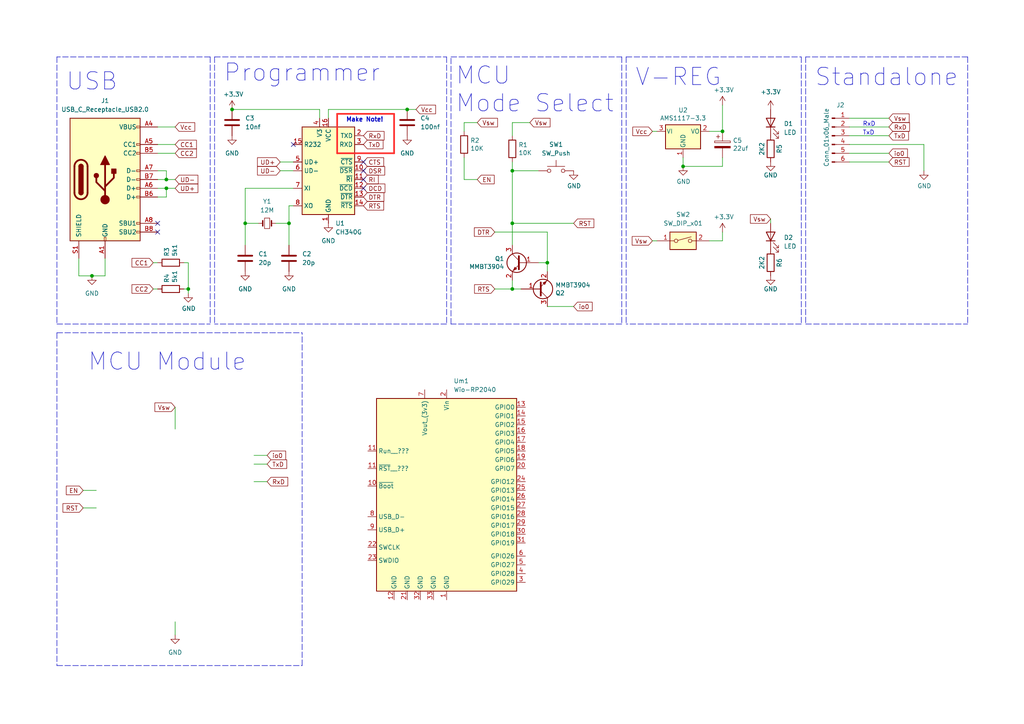
<source format=kicad_sch>
(kicad_sch (version 20211123) (generator eeschema)
  (paper "A4")
  (title_block (title "The Nerd Mage Module Programmer") (rev "0.5.2") (company "Wio-RP2040 Edition"))
  (lib_symbols
    (symbol "Connector:Conn_01x06_Male" (pin_names (offset 1.016) hide)
      (property "Reference" "J" (at 0 7.62 0))
      (property "Value" "Conn_01x06_Male" (at 0 -10.16 0))
      (symbol "Conn_01x06_Male_1_1"
        (polyline (pts (xy 1.27 -7.62) (xy 0.8636 -7.62)) (stroke (width 0.1524)))
        (polyline (pts (xy 1.27 -5.08) (xy 0.8636 -5.08)) (stroke (width 0.1524)))
        (polyline (pts (xy 1.27 -2.54) (xy 0.8636 -2.54)) (stroke (width 0.1524)))
        (polyline (pts (xy 1.27 0) (xy 0.8636 0)) (stroke (width 0.1524)))
        (polyline (pts (xy 1.27 2.54) (xy 0.8636 2.54)) (stroke (width 0.1524)))
        (polyline (pts (xy 1.27 5.08) (xy 0.8636 5.08)) (stroke (width 0.1524)))
        (rectangle (start 0.8636 -7.493) (end 0 -7.747) (stroke (width 0.1524)) (fill (type outline)))
        (rectangle (start 0.8636 -4.953) (end 0 -5.207) (stroke (width 0.1524)) (fill (type outline)))
        (rectangle (start 0.8636 -2.413) (end 0 -2.667) (stroke (width 0.1524)) (fill (type outline)))
        (rectangle (start 0.8636 0.127) (end 0 -0.127) (stroke (width 0.1524)) (fill (type outline)))
        (rectangle (start 0.8636 2.667) (end 0 2.413) (stroke (width 0.1524)) (fill (type outline)))
        (rectangle (start 0.8636 5.207) (end 0 4.953) (stroke (width 0.1524)) (fill (type outline)))
        (pin passive line (at 5.08 5.08 180) (length 3.81) (name "Pin_1") (number "1"))
        (pin passive line (at 5.08 2.54 180) (length 3.81) (name "Pin_2") (number "2"))
        (pin passive line (at 5.08 0 180) (length 3.81) (name "Pin_3") (number "3"))
        (pin passive line (at 5.08 -2.54 180) (length 3.81) (name "Pin_4") (number "4"))
        (pin passive line (at 5.08 -5.08 180) (length 3.81) (name "Pin_5") (number "5"))
        (pin passive line (at 5.08 -7.62 180) (length 3.81) (name "Pin_6") (number "6"))
      )
    )
    (symbol "Connector:USB_C_Receptacle_USB2.0" (pin_names (offset 1.016))
      (property "Reference" "J" (at -10.16 19.05 0))
      (property "Value" "USB_C_Receptacle_USB2.0" (at 19.05 19.05 0))
      (symbol "USB_C_Receptacle_USB2.0_0_0"
        (rectangle (start -0.254 -17.78) (end 0.254 -16.764))
        (rectangle (start 10.16 -14.986) (end 9.144 -15.494))
        (rectangle (start 10.16 -12.446) (end 9.144 -12.954))
        (rectangle (start 10.16 -4.826) (end 9.144 -5.334))
        (rectangle (start 10.16 -2.286) (end 9.144 -2.794))
        (rectangle (start 10.16 0.254) (end 9.144 -0.254))
        (rectangle (start 10.16 2.794) (end 9.144 2.286))
        (rectangle (start 10.16 7.874) (end 9.144 7.366))
        (rectangle (start 10.16 10.414) (end 9.144 9.906))
        (rectangle (start 10.16 15.494) (end 9.144 14.986))
      )
      (symbol "USB_C_Receptacle_USB2.0_0_1"
        (rectangle (start -10.16 17.78) (end 10.16 -17.78) (stroke (width 0.254)) (fill (type background)))
        (arc (start -8.89 -3.81) (mid -6.985 -5.715) (end -5.08 -3.81) (stroke (width 0.508)))
        (arc (start -7.62 -3.81) (mid -6.985 -4.445) (end -6.35 -3.81) (stroke (width 0.254)))
        (arc (start -7.62 -3.81) (mid -6.985 -4.445) (end -6.35 -3.81) (stroke (width 0.254)) (fill (type outline)))
        (rectangle (start -7.62 -3.81) (end -6.35 3.81) (stroke (width 0.254)) (fill (type outline)))
        (arc (start -6.35 3.81) (mid -6.985 4.445) (end -7.62 3.81) (stroke (width 0.254)))
        (arc (start -6.35 3.81) (mid -6.985 4.445) (end -7.62 3.81) (stroke (width 0.254)) (fill (type outline)))
        (arc (start -5.08 3.81) (mid -6.985 5.715) (end -8.89 3.81) (stroke (width 0.508)))
        (circle (center -2.54 1.143) (radius 0.635) (stroke (width 0.254)) (fill (type outline)))
        (circle (center 0 -5.842) (radius 1.27) (fill (type outline)))
        (polyline (pts (xy -8.89 -3.81) (xy -8.89 3.81)) (stroke (width 0.508)))
        (polyline (pts (xy -5.08 3.81) (xy -5.08 -3.81)) (stroke (width 0.508)))
        (polyline (pts (xy 0 -5.842) (xy 0 4.318)) (stroke (width 0.508)))
        (polyline (pts (xy 0 -3.302) (xy -2.54 -0.762) (xy -2.54 0.508)) (stroke (width 0.508)))
        (polyline (pts (xy 0 -2.032) (xy 2.54 0.508) (xy 2.54 1.778)) (stroke (width 0.508)))
        (polyline (pts (xy -1.27 4.318) (xy 0 6.858) (xy 1.27 4.318) (xy -1.27 4.318)) (stroke (width 0.254)) (fill (type outline)))
        (rectangle (start 1.905 1.778) (end 3.175 3.048) (stroke (width 0.254)) (fill (type outline)))
      )
      (symbol "USB_C_Receptacle_USB2.0_1_1"
        (pin passive line (at 0 -22.86 90) (length 5.08) (name "GND") (number "A1"))
        (pin passive line (at 0 -22.86 90) (length 5.08) hide (name "GND") (number "A12"))
        (pin passive line (at 15.24 15.24 180) (length 5.08) (name "VBUS") (number "A4"))
        (pin bidirectional line (at 15.24 10.16 180) (length 5.08) (name "CC1") (number "A5"))
        (pin bidirectional line (at 15.24 -2.54 180) (length 5.08) (name "D+") (number "A6"))
        (pin bidirectional line (at 15.24 2.54 180) (length 5.08) (name "D-") (number "A7"))
        (pin bidirectional line (at 15.24 -12.7 180) (length 5.08) (name "SBU1") (number "A8"))
        (pin passive line (at 15.24 15.24 180) (length 5.08) hide (name "VBUS") (number "A9"))
        (pin passive line (at 0 -22.86 90) (length 5.08) hide (name "GND") (number "B1"))
        (pin passive line (at 0 -22.86 90) (length 5.08) hide (name "GND") (number "B12"))
        (pin passive line (at 15.24 15.24 180) (length 5.08) hide (name "VBUS") (number "B4"))
        (pin bidirectional line (at 15.24 7.62 180) (length 5.08) (name "CC2") (number "B5"))
        (pin bidirectional line (at 15.24 -5.08 180) (length 5.08) (name "D+") (number "B6"))
        (pin bidirectional line (at 15.24 0 180) (length 5.08) (name "D-") (number "B7"))
        (pin bidirectional line (at 15.24 -15.24 180) (length 5.08) (name "SBU2") (number "B8"))
        (pin passive line (at 15.24 15.24 180) (length 5.08) hide (name "VBUS") (number "B9"))
        (pin passive line (at -7.62 -22.86 90) (length 5.08) (name "SHIELD") (number "S1"))
      )
    )
    (symbol "Device:C" (pin_numbers hide) (pin_names (offset 0.254))
      (property "Reference" "C" (at 0.635 2.54 0))
      (property "Value" "C" (at 0.635 -2.54 0))
      (symbol "C_0_1"
        (polyline (pts (xy -2.032 -0.762) (xy 2.032 -0.762)) (stroke (width 0.508)))
        (polyline (pts (xy -2.032 0.762) (xy 2.032 0.762)) (stroke (width 0.508)))
      )
      (symbol "C_1_1"
        (pin passive line (at 0 3.81 270) (length 2.794) (name "~") (number "1"))
        (pin passive line (at 0 -3.81 90) (length 2.794) (name "~") (number "2"))
      )
    )
    (symbol "Device:CP" (pin_numbers hide) (pin_names (offset 0.254))
      (property "Reference" "C" (at 0.635 2.54 0))
      (property "Value" "Device_CP" (at 0.635 -2.54 0))
      (symbol "CP_0_1"
        (rectangle (start -2.286 0.508) (end 2.286 1.016))
        (polyline (pts (xy -1.778 2.286) (xy -0.762 2.286)))
        (polyline (pts (xy -1.27 2.794) (xy -1.27 1.778)))
        (rectangle (start 2.286 -0.508) (end -2.286 -1.016) (fill (type outline)))
      )
      (symbol "CP_1_1"
        (pin passive line (at 0 3.81 270) (length 2.794) (name "~") (number "1"))
        (pin passive line (at 0 -3.81 90) (length 2.794) (name "~") (number "2"))
      )
    )
    (symbol "Device:Crystal_Small" (pin_numbers hide) (pin_names (offset 1.016) hide)
      (property "Reference" "Y" (at 0 2.54 0))
      (property "Value" "Crystal_Small" (at 0 -2.54 0))
      (symbol "Crystal_Small_0_1"
        (rectangle (start -0.762 -1.524) (end 0.762 1.524))
        (polyline (pts (xy -1.27 -0.762) (xy -1.27 0.762)) (stroke (width 0.381)))
        (polyline (pts (xy 1.27 -0.762) (xy 1.27 0.762)) (stroke (width 0.381)))
      )
      (symbol "Crystal_Small_1_1"
        (pin passive line (at -2.54 0 0) (length 1.27) (name "1") (number "1"))
        (pin passive line (at 2.54 0 180) (length 1.27) (name "2") (number "2"))
      )
    )
    (symbol "Device:LED" (pin_numbers hide) (pin_names (offset 1.016) hide)
      (property "Reference" "D" (at 0 2.54 0))
      (property "Value" "LED" (at 0 -2.54 0))
      (symbol "LED_0_1"
        (polyline (pts (xy -1.27 -1.27) (xy -1.27 1.27)) (stroke (width 0.254)))
        (polyline (pts (xy -1.27 0) (xy 1.27 0)))
        (polyline (pts (xy 1.27 -1.27) (xy 1.27 1.27) (xy -1.27 0) (xy 1.27 -1.27)) (stroke (width 0.254)))
        (polyline (pts (xy -3.048 -0.762) (xy -4.572 -2.286) (xy -3.81 -2.286) (xy -4.572 -2.286) (xy -4.572 -1.524)))
        (polyline (pts (xy -1.778 -0.762) (xy -3.302 -2.286) (xy -2.54 -2.286) (xy -3.302 -2.286) (xy -3.302 -1.524)))
      )
      (symbol "LED_1_1"
        (pin passive line (at -3.81 0 0) (length 2.54) (name "K") (number "1"))
        (pin passive line (at 3.81 0 180) (length 2.54) (name "A") (number "2"))
      )
    )
    (symbol "Device:R" (pin_numbers hide) (pin_names (offset 0))
      (property "Reference" "R" (at 2.032 0 90))
      (property "Value" "R" (at 0 0 90))
      (symbol "R_0_1"
        (rectangle (start -1.016 -2.54) (end 1.016 2.54) (stroke (width 0.254)))
      )
      (symbol "R_1_1"
        (pin passive line (at 0 3.81 270) (length 1.27) (name "~") (number "1"))
        (pin passive line (at 0 -3.81 90) (length 1.27) (name "~") (number "2"))
      )
    )
    (symbol "Interface_USB:CH340G"
      (property "Reference" "U" (at -5.08 13.97 0))
      (property "Value" "CH340G" (at 1.27 13.97 0))
      (symbol "CH340G_0_1"
        (rectangle (start -7.62 12.7) (end 7.62 -12.7) (stroke (width 0.254)) (fill (type background)))
      )
      (symbol "CH340G_1_1"
        (pin power_in line (at 0 -15.24 90) (length 2.54) (name "GND") (number "1"))
        (pin input line (at 10.16 0 180) (length 2.54) (name "~{DSR}") (number "10"))
        (pin input line (at 10.16 -2.54 180) (length 2.54) (name "~{RI}") (number "11"))
        (pin input line (at 10.16 -5.08 180) (length 2.54) (name "~{DCD}") (number "12"))
        (pin output line (at 10.16 -7.62 180) (length 2.54) (name "~{DTR}") (number "13"))
        (pin output line (at 10.16 -10.16 180) (length 2.54) (name "~{RTS}") (number "14"))
        (pin input line (at -10.16 7.62 0) (length 2.54) (name "R232") (number "15"))
        (pin power_in line (at 0 15.24 270) (length 2.54) (name "VCC") (number "16"))
        (pin output line (at 10.16 10.16 180) (length 2.54) (name "TXD") (number "2"))
        (pin input line (at 10.16 7.62 180) (length 2.54) (name "RXD") (number "3"))
        (pin passive line (at -2.54 15.24 270) (length 2.54) (name "V3") (number "4"))
        (pin bidirectional line (at -10.16 2.54 0) (length 2.54) (name "UD+") (number "5"))
        (pin bidirectional line (at -10.16 0 0) (length 2.54) (name "UD-") (number "6"))
        (pin input line (at -10.16 -5.08 0) (length 2.54) (name "XI") (number "7"))
        (pin output line (at -10.16 -10.16 0) (length 2.54) (name "XO") (number "8"))
        (pin input line (at 10.16 2.54 180) (length 2.54) (name "~{CTS}") (number "9"))
      )
    )
    (symbol "Regulator_Linear:AMS1117-3.3" (pin_names (offset 0.254))
      (property "Reference" "U" (at -3.81 3.175 0))
      (property "Value" "AMS1117-3.3" (at 0 3.175 0))
      (symbol "AMS1117-3.3_0_1"
        (rectangle (start -5.08 -5.08) (end 5.08 1.905) (stroke (width 0.254)) (fill (type background)))
      )
      (symbol "AMS1117-3.3_1_1"
        (pin power_in line (at 0 -7.62 90) (length 2.54) (name "GND") (number "1"))
        (pin power_out line (at 7.62 0 180) (length 2.54) (name "VO") (number "2"))
        (pin power_in line (at -7.62 0 0) (length 2.54) (name "VI") (number "3"))
      )
    )
    (symbol "Switch:SW_DIP_x01" (pin_names (offset 0) hide)
      (property "Reference" "SW" (at 0 3.81 0))
      (property "Value" "SW_DIP_x01" (at 0 -3.81 0))
      (symbol "SW_DIP_x01_0_0"
        (circle (center -2.032 0) (radius 0.508))
        (polyline (pts (xy -1.524 0.127) (xy 2.3622 1.1684)))
        (circle (center 2.032 0) (radius 0.508))
      )
      (symbol "SW_DIP_x01_0_1"
        (rectangle (start -3.81 2.54) (end 3.81 -2.54) (stroke (width 0.254)) (fill (type background)))
      )
      (symbol "SW_DIP_x01_1_1"
        (pin passive line (at -7.62 0 0) (length 5.08) (name "~") (number "1"))
        (pin passive line (at 7.62 0 180) (length 5.08) (name "~") (number "2"))
      )
    )
    (symbol "Switch:SW_Push" (pin_numbers hide) (pin_names (offset 1.016) hide)
      (property "Reference" "SW" (at 1.27 2.54 0))
      (property "Value" "SW_Push" (at 0 -1.524 0))
      (symbol "SW_Push_0_1"
        (circle (center -2.032 0) (radius 0.508))
        (polyline (pts (xy 0 1.27) (xy 0 3.048)))
        (polyline (pts (xy 2.54 1.27) (xy -2.54 1.27)))
        (circle (center 2.032 0) (radius 0.508))
        (pin passive line (at -5.08 0 0) (length 2.54) (name "1") (number "1"))
        (pin passive line (at 5.08 0 180) (length 2.54) (name "2") (number "2"))
      )
    )
    (symbol "Tinker_NMMP:Wio-RP2040"
      (property "Reference" "Um" (at 8.89 30.48 0))
      (property "Value" "Wio-RP2040" (at 10.16 -30.48 0))
      (symbol "Wio-RP2040_0_1"
        (rectangle (start -20.32 27.94) (end 20.32 -27.94) (stroke (width 0.254)) (fill (type background)))
      )
      (symbol "Wio-RP2040_1_1"
        (pin power_in line (at 0 -30.48 90) (length 2.54) (name "GND") (number "1"))
        (pin input line (at -22.86 2.54 0) (length 2.54) (name "~{Boot}") (number "10"))
        (pin input line (at -22.86 12.7 0) (length 2.54) (name "Run__???") (number "11"))
        (pin input line (at -22.86 7.62 0) (length 2.54) (name "~{RST}__???") (number "11"))
        (pin power_in line (at -15.24 -30.48 90) (length 2.54) (name "GND") (number "12"))
        (pin bidirectional line (at 22.86 25.4 180) (length 2.54) (name "GPIO0") (number "13"))
        (pin bidirectional line (at 22.86 22.86 180) (length 2.54) (name "GPIO1") (number "14"))
        (pin bidirectional line (at 22.86 20.32 180) (length 2.54) (name "GPIO2") (number "15"))
        (pin bidirectional line (at 22.86 17.78 180) (length 2.54) (name "GPIO3") (number "16"))
        (pin bidirectional line (at 22.86 15.24 180) (length 2.54) (name "GPIO4") (number "17"))
        (pin bidirectional line (at 22.86 12.7 180) (length 2.54) (name "GPIO5") (number "18"))
        (pin bidirectional line (at 22.86 10.16 180) (length 2.54) (name "GPIO6") (number "19"))
        (pin power_in line (at 0 30.48 270) (length 2.54) (name "Vin") (number "2"))
        (pin bidirectional line (at 22.86 7.62 180) (length 2.54) (name "GPIO7") (number "20"))
        (pin power_in line (at -11.43 -30.48 90) (length 2.54) (name "GND") (number "21"))
        (pin bidirectional line (at -22.86 -15.24 0) (length 2.54) (name "SWCLK") (number "22"))
        (pin bidirectional line (at -22.86 -19.05 0) (length 2.54) (name "SWDIO") (number "23"))
        (pin bidirectional line (at 22.86 3.81 180) (length 2.54) (name "GPIO12") (number "24"))
        (pin bidirectional line (at 22.86 1.27 180) (length 2.54) (name "GPIO13") (number "25"))
        (pin bidirectional line (at 22.86 -1.27 180) (length 2.54) (name "GPIO14") (number "26"))
        (pin bidirectional line (at 22.86 -3.81 180) (length 2.54) (name "GPIO15") (number "27"))
        (pin bidirectional line (at 22.86 -6.35 180) (length 2.54) (name "GPIO16") (number "28"))
        (pin bidirectional line (at 22.86 -8.89 180) (length 2.54) (name "GPIO17") (number "29"))
        (pin bidirectional line (at 22.86 -25.4 180) (length 2.54) (name "GPIO29") (number "3"))
        (pin bidirectional line (at 22.86 -11.43 180) (length 2.54) (name "GPIO18") (number "30"))
        (pin bidirectional line (at 22.86 -13.97 180) (length 2.54) (name "GPIO19") (number "31"))
        (pin power_in line (at -7.62 -30.48 90) (length 2.54) (name "GND") (number "32"))
        (pin power_in line (at -3.81 -30.48 90) (length 2.54) (name "GND") (number "33"))
        (pin bidirectional line (at 22.86 -22.86 180) (length 2.54) (name "GPIO28") (number "4"))
        (pin bidirectional line (at 22.86 -20.32 180) (length 2.54) (name "GPIO27") (number "5"))
        (pin bidirectional line (at 22.86 -17.78 180) (length 2.54) (name "GPIO26") (number "6"))
        (pin power_in line (at -6.35 30.48 270) (length 2.54) (name "Vout_(3v3)") (number "7"))
        (pin bidirectional line (at -22.86 -6.35 0) (length 2.54) (name "USB_D-") (number "8"))
        (pin bidirectional line (at -22.86 -10.16 0) (length 2.54) (name "USB_D+") (number "9"))
      )
    )
    (symbol "Transistor_BJT:MMBT3904" (pin_names (offset 0) hide)
      (property "Reference" "Q" (at 5.08 1.905 0))
      (property "Value" "MMBT3904" (at 5.08 0 0))
      (symbol "MMBT3904_0_1"
        (polyline (pts (xy 0.635 0.635) (xy 2.54 2.54)))
        (polyline (pts (xy 0.635 -0.635) (xy 2.54 -2.54) (xy 2.54 -2.54)))
        (polyline (pts (xy 0.635 1.905) (xy 0.635 -1.905) (xy 0.635 -1.905)) (stroke (width 0.508)))
        (polyline (pts (xy 1.27 -1.778) (xy 1.778 -1.27) (xy 2.286 -2.286) (xy 1.27 -1.778) (xy 1.27 -1.778)) (fill (type outline)))
        (circle (center 1.27 0) (radius 2.8194) (stroke (width 0.254)))
      )
      (symbol "MMBT3904_1_1"
        (pin input line (at -5.08 0 0) (length 5.715) (name "B") (number "1"))
        (pin passive line (at 2.54 -5.08 90) (length 2.54) (name "E") (number "2"))
        (pin passive line (at 2.54 5.08 270) (length 2.54) (name "C") (number "3"))
      )
    )
    (symbol "power:+3.3V" (power) (pin_names (offset 0))
      (property "Value" "+3.3V" (at 0 3.556 0))
      (symbol "+3.3V_0_1"
        (polyline (pts (xy -0.762 1.27) (xy 0 2.54)))
        (polyline (pts (xy 0 0) (xy 0 2.54)))
        (polyline (pts (xy 0 2.54) (xy 0.762 1.27)))
      )
      (symbol "+3.3V_1_1"
        (pin power_in line (at 0 0 90) (length 0) hide (name "+3.3V") (number "1"))
      )
    )
    (symbol "power:GND" (power) (pin_names (offset 0))
      (property "Value" "GND" (at 0 -3.81 0))
      (symbol "GND_0_1"
        (polyline (pts (xy 0 0) (xy 0 -1.27) (xy 1.27 -1.27) (xy 0 -2.54) (xy -1.27 -1.27) (xy 0 -1.27)))
      )
      (symbol "GND_1_1"
        (pin power_in line (at 0 0 270) (length 0) hide (name "GND") (number "1"))
      )
    )
  )
  (junction (at 83.82 64.77))
  (junction (at 26.67 80.01))
  (junction (at 148.59 83.82))
  (junction (at 48.26 54.61))
  (junction (at 54.61 83.82))
  (junction (at 48.26 52.07))
  (junction (at 148.59 64.77))
  (junction (at 118.11 31.75))
  (junction (at 67.31 31.75))
  (junction (at 158.75 76.2))
  (junction (at 71.12 64.77))
  (junction (at 209.55 38.1))
  (junction (at 148.59 49.53))
  (junction (at 198.12 48.26))
  (no_connect (at 85.09 41.91))
  (no_connect (at 105.41 46.99))
  (no_connect (at 105.41 49.53))
  (no_connect (at 105.41 52.07))
  (no_connect (at 105.41 54.61))
  (no_connect (at 45.72 64.77))
  (no_connect (at 45.72 67.31))
  (wire (pts (xy 83.82 64.77) (xy 83.82 71.12)))
  (polyline (pts (xy 233.68 16.51) (xy 233.68 93.98)))
  (polyline (pts (xy 60.96 16.51) (xy 16.51 16.51)))
  (polyline (pts (xy 280.67 16.51) (xy 280.67 93.98)))
  (polyline (pts (xy 62.23 16.51) (xy 62.23 93.98)))
  (polyline (pts (xy 16.51 96.52) (xy 87.63 96.52)))
  (wire (pts (xy 158.75 67.31) (xy 158.75 76.2)))
  (wire (pts (xy 134.62 45.72) (xy 134.62 52.07)))
  (wire (pts (xy 134.62 52.07) (xy 138.43 52.07)))
  (wire (pts (xy 267.97 49.53) (xy 267.97 41.91)))
  (wire (pts (xy 153.67 35.56) (xy 148.59 35.56)))
  (wire (pts (xy 151.13 83.82) (xy 148.59 83.82)))
  (polyline (pts (xy 180.34 16.51) (xy 180.34 93.98)))
  (polyline (pts (xy 114.3 33.02) (xy 97.79 33.02)) (stroke (width 0.5) (type solid) (color 255 48 46 1)))
  (polyline (pts (xy 16.51 96.52) (xy 16.51 193.04)))
  (wire (pts (xy 156.21 76.2) (xy 158.75 76.2)))
  (wire (pts (xy 45.72 41.91) (xy 50.8 41.91)))
  (wire (pts (xy 54.61 76.2) (xy 54.61 83.82)))
  (polyline (pts (xy 233.68 93.98) (xy 280.67 93.98)))
  (wire (pts (xy 246.38 36.83) (xy 257.81 36.83)))
  (polyline (pts (xy 16.51 193.04) (xy 87.63 193.04)))
  (wire (pts (xy 81.28 46.99) (xy 85.09 46.99)))
  (wire (pts (xy 209.55 69.85) (xy 205.74 69.85)))
  (wire (pts (xy 71.12 54.61) (xy 71.12 64.77)))
  (wire (pts (xy 92.71 34.29) (xy 92.71 31.75)))
  (wire (pts (xy 74.93 64.77) (xy 71.12 64.77)))
  (wire (pts (xy 45.72 44.45) (xy 50.8 44.45)))
  (polyline (pts (xy 97.79 33.02) (xy 97.79 44.45)) (stroke (width 0.5) (type solid) (color 255 48 46 1)))
  (wire (pts (xy 50.8 180.34) (xy 50.8 184.15)))
  (wire (pts (xy 92.71 31.75) (xy 67.31 31.75)))
  (wire (pts (xy 45.72 54.61) (xy 48.26 54.61)))
  (polyline (pts (xy 114.3 33.02) (xy 114.3 44.45)) (stroke (width 0.5) (type solid) (color 255 48 46 1)))
  (polyline (pts (xy 280.67 16.51) (xy 233.68 16.51)))
  (wire (pts (xy 209.55 48.26) (xy 198.12 48.26)))
  (wire (pts (xy 45.72 57.15) (xy 48.26 57.15)))
  (wire (pts (xy 209.55 30.48) (xy 209.55 38.1)))
  (wire (pts (xy 166.37 88.9) (xy 158.75 88.9)))
  (wire (pts (xy 54.61 83.82) (xy 54.61 85.09)))
  (wire (pts (xy 118.11 31.75) (xy 120.65 31.75)))
  (wire (pts (xy 85.09 59.69) (xy 83.82 59.69)))
  (polyline (pts (xy 16.51 16.51) (xy 16.51 93.98)))
  (wire (pts (xy 48.26 49.53) (xy 48.26 52.07)))
  (wire (pts (xy 24.13 142.24) (xy 27.94 142.24)))
  (wire (pts (xy 48.26 52.07) (xy 50.8 52.07)))
  (wire (pts (xy 190.5 69.85) (xy 189.23 69.85)))
  (wire (pts (xy 138.43 35.56) (xy 134.62 35.56)))
  (wire (pts (xy 143.51 67.31) (xy 158.75 67.31)))
  (polyline (pts (xy 60.96 16.51) (xy 60.96 93.98)))
  (polyline (pts (xy 129.54 16.51) (xy 129.54 93.98)))
  (wire (pts (xy 50.8 118.11) (xy 50.8 124.46)))
  (polyline (pts (xy 130.81 93.98) (xy 130.81 16.51)))
  (wire (pts (xy 148.59 64.77) (xy 148.59 71.12)))
  (wire (pts (xy 134.62 35.56) (xy 134.62 38.1)))
  (wire (pts (xy 73.66 134.62) (xy 77.47 134.62)))
  (wire (pts (xy 45.72 36.83) (xy 50.8 36.83)))
  (wire (pts (xy 80.01 64.77) (xy 83.82 64.77)))
  (wire (pts (xy 44.45 76.2) (xy 45.72 76.2)))
  (wire (pts (xy 95.25 31.75) (xy 95.25 34.29)))
  (polyline (pts (xy 181.61 16.51) (xy 232.41 16.51)))
  (wire (pts (xy 53.34 83.82) (xy 54.61 83.82)))
  (wire (pts (xy 45.72 49.53) (xy 48.26 49.53)))
  (wire (pts (xy 148.59 49.53) (xy 156.21 49.53)))
  (wire (pts (xy 81.28 49.53) (xy 85.09 49.53)))
  (polyline (pts (xy 129.54 93.98) (xy 62.23 93.98)))
  (wire (pts (xy 267.97 41.91) (xy 246.38 41.91)))
  (wire (pts (xy 83.82 59.69) (xy 83.82 64.77)))
  (wire (pts (xy 198.12 48.26) (xy 198.12 45.72)))
  (wire (pts (xy 209.55 45.72) (xy 209.55 48.26)))
  (wire (pts (xy 148.59 83.82) (xy 148.59 81.28)))
  (wire (pts (xy 257.81 34.29) (xy 246.38 34.29)))
  (wire (pts (xy 246.38 39.37) (xy 257.81 39.37)))
  (wire (pts (xy 95.25 31.75) (xy 118.11 31.75)))
  (wire (pts (xy 73.66 139.7) (xy 77.47 139.7)))
  (polyline (pts (xy 181.61 16.51) (xy 181.61 93.98)))
  (wire (pts (xy 73.66 132.08) (xy 77.47 132.08)))
  (wire (pts (xy 48.26 57.15) (xy 48.26 54.61)))
  (wire (pts (xy 22.86 74.93) (xy 22.86 80.01)))
  (wire (pts (xy 53.34 76.2) (xy 54.61 76.2)))
  (wire (pts (xy 30.48 74.93) (xy 30.48 80.01)))
  (wire (pts (xy 148.59 49.53) (xy 148.59 64.77)))
  (wire (pts (xy 45.72 52.07) (xy 48.26 52.07)))
  (polyline (pts (xy 130.81 16.51) (xy 180.34 16.51)))
  (wire (pts (xy 158.75 76.2) (xy 158.75 78.74)))
  (polyline (pts (xy 180.34 93.98) (xy 130.81 93.98)))
  (wire (pts (xy 44.45 83.82) (xy 45.72 83.82)))
  (wire (pts (xy 223.52 63.5) (xy 223.52 64.77)))
  (wire (pts (xy 26.67 80.01) (xy 30.48 80.01)))
  (polyline (pts (xy 87.63 193.04) (xy 87.63 96.52)))
  (wire (pts (xy 22.86 80.01) (xy 26.67 80.01)))
  (wire (pts (xy 143.51 83.82) (xy 148.59 83.82)))
  (wire (pts (xy 48.26 54.61) (xy 50.8 54.61)))
  (wire (pts (xy 209.55 67.31) (xy 209.55 69.85)))
  (wire (pts (xy 205.74 38.1) (xy 209.55 38.1)))
  (polyline (pts (xy 62.23 16.51) (xy 129.54 16.51)))
  (polyline (pts (xy 232.41 16.51) (xy 232.41 93.98)))
  (wire (pts (xy 148.59 35.56) (xy 148.59 39.37)))
  (wire (pts (xy 166.37 64.77) (xy 148.59 64.77)))
  (wire (pts (xy 71.12 54.61) (xy 85.09 54.61)))
  (wire (pts (xy 189.23 38.1) (xy 190.5 38.1)))
  (polyline (pts (xy 232.41 93.98) (xy 181.61 93.98)))
  (polyline (pts (xy 16.51 93.98) (xy 60.96 93.98)))
  (polyline (pts (xy 97.79 44.45) (xy 114.3 44.45)) (stroke (width 0.5) (type solid) (color 255 48 46 1)))
  (wire (pts (xy 246.38 44.45) (xy 257.81 44.45)))
  (wire (pts (xy 148.59 46.99) (xy 148.59 49.53)))
  (wire (pts (xy 24.13 147.32) (xy 27.94 147.32)))
  (wire (pts (xy 246.38 46.99) (xy 257.81 46.99)))
  (wire (pts (xy 71.12 64.77) (xy 71.12 71.12)))
  (text "Make Note!" (at 100.33 35.56 0) (effects (font (size 1.27 1.27) (thickness 0.254) bold) (justify left bottom)))
  (text "V-REG" (at 184.15 25.4 0) (effects (font (size 5 5)) (justify left bottom)))
  (text "USB" (at 19.05 26.67 0) (effects (font (size 5 5)) (justify left bottom)))
  (text "MCU\nMode Select" (at 132.08 33.02 0) (effects (font (size 5.0038 5.0038)) (justify left bottom)))
  (text "TxD" (at 250.19 39.37 0) (effects (font (size 1.27 1.27)) (justify left bottom)))
  (text "Standalone" (at 236.22 25.4 0) (effects (font (size 5 5)) (justify left bottom)))
  (text "RxD" (at 250.19 36.83 0) (effects (font (size 1.27 1.27)) (justify left bottom)))
  (text "MCU Module" (at 25.4 107.95 0) (effects (font (size 5.0038 5.0038)) (justify left bottom)))
  (text "Programmer" (at 64.77 24.13 0) (effects (font (size 5 5)) (justify left bottom)))
  (global_label "EN" (shape input) (at 138.43 52.07 0) (property "Intersheet References" "${INTERSHEET_REFS}" (effects hide)))
  (global_label "RTS" (shape input) (at 143.51 83.82 180) (property "Intersheet References" "${INTERSHEET_REFS}" (effects hide)))
  (global_label "RxD" (shape input) (at 257.81 36.83 0) (property "Intersheet References" "${INTERSHEET_REFS}" (effects hide)))
  (global_label "CC2" (shape input) (at 44.45 83.82 180) (property "Intersheet References" "${INTERSHEET_REFS}" (effects hide)))
  (global_label "CC1" (shape input) (at 44.45 76.2 180) (property "Intersheet References" "${INTERSHEET_REFS}" (effects hide)))
  (global_label "RST" (shape input) (at 257.81 46.99 0) (property "Intersheet References" "${INTERSHEET_REFS}" (effects hide)))
  (global_label "TxD" (shape input) (at 77.47 134.62 0) (property "Intersheet References" "${INTERSHEET_REFS}" (effects hide)))
  (global_label "Vcc" (shape input) (at 120.65 31.75 0) (property "Intersheet References" "${INTERSHEET_REFS}" (effects hide)))
  (global_label "io0" (shape input) (at 257.81 44.45 0) (property "Intersheet References" "${INTERSHEET_REFS}" (effects hide)))
  (global_label "Vsw" (shape input) (at 189.23 69.85 180) (property "Intersheet References" "${INTERSHEET_REFS}" (effects hide)))
  (global_label "Vsw" (shape input) (at 153.67 35.56 0) (property "Intersheet References" "${INTERSHEET_REFS}" (effects hide)))
  (global_label "DSR" (shape input) (at 105.41 49.53 0) (property "Intersheet References" "${INTERSHEET_REFS}" (effects hide)))
  (global_label "CC2" (shape input) (at 50.8 44.45 0) (property "Intersheet References" "${INTERSHEET_REFS}" (effects hide)))
  (global_label "Vsw" (shape input) (at 257.81 34.29 0) (property "Intersheet References" "${INTERSHEET_REFS}" (effects hide)))
  (global_label "Vsw" (shape input) (at 138.43 35.56 0) (property "Intersheet References" "${INTERSHEET_REFS}" (effects hide)))
  (global_label "CTS" (shape input) (at 105.41 46.99 0) (property "Intersheet References" "${INTERSHEET_REFS}" (effects hide)))
  (global_label "DCD" (shape input) (at 105.41 54.61 0) (property "Intersheet References" "${INTERSHEET_REFS}" (effects hide)))
  (global_label "RST" (shape input) (at 166.37 64.77 0) (property "Intersheet References" "${INTERSHEET_REFS}" (effects hide)))
  (global_label "UD+" (shape input) (at 50.8 54.61 0) (property "Intersheet References" "${INTERSHEET_REFS}" (effects hide)))
  (global_label "RTS" (shape input) (at 105.41 59.69 0) (property "Intersheet References" "${INTERSHEET_REFS}" (effects hide)))
  (global_label "RxD" (shape input) (at 105.41 39.37 0) (property "Intersheet References" "${INTERSHEET_REFS}" (effects hide)))
  (global_label "Vcc" (shape input) (at 189.23 38.1 180) (property "Intersheet References" "${INTERSHEET_REFS}" (effects hide)))
  (global_label "io0" (shape input) (at 77.47 132.08 0) (property "Intersheet References" "${INTERSHEET_REFS}" (effects hide)))
  (global_label "Vsw" (shape input) (at 50.8 118.11 180) (property "Intersheet References" "${INTERSHEET_REFS}" (effects hide)))
  (global_label "UD+" (shape input) (at 81.28 46.99 180) (property "Intersheet References" "${INTERSHEET_REFS}" (effects hide)))
  (global_label "UD-" (shape input) (at 50.8 52.07 0) (property "Intersheet References" "${INTERSHEET_REFS}" (effects hide)))
  (global_label "io0" (shape input) (at 166.37 88.9 0) (property "Intersheet References" "${INTERSHEET_REFS}" (effects hide)))
  (global_label "DTR" (shape input) (at 143.51 67.31 180) (property "Intersheet References" "${INTERSHEET_REFS}" (effects hide)))
  (global_label "RST" (shape input) (at 24.13 147.32 180) (property "Intersheet References" "${INTERSHEET_REFS}" (effects hide)))
  (global_label "RxD" (shape input) (at 77.47 139.7 0) (property "Intersheet References" "${INTERSHEET_REFS}" (effects hide)))
  (global_label "TxD" (shape input) (at 105.41 41.91 0) (property "Intersheet References" "${INTERSHEET_REFS}" (effects hide)))
  (global_label "RI" (shape input) (at 105.41 52.07 0) (property "Intersheet References" "${INTERSHEET_REFS}" (effects hide)))
  (global_label "UD-" (shape input) (at 81.28 49.53 180) (property "Intersheet References" "${INTERSHEET_REFS}" (effects hide)))
  (global_label "Vsw" (shape input) (at 223.52 63.5 180) (property "Intersheet References" "${INTERSHEET_REFS}" (effects hide)))
  (global_label "DTR" (shape input) (at 105.41 57.15 0) (property "Intersheet References" "${INTERSHEET_REFS}" (effects hide)))
  (global_label "CC1" (shape input) (at 50.8 41.91 0) (property "Intersheet References" "${INTERSHEET_REFS}" (effects hide)))
  (global_label "Vcc" (shape input) (at 50.8 36.83 0) (property "Intersheet References" "${INTERSHEET_REFS}" (effects hide)))
  (global_label "TxD" (shape input) (at 257.81 39.37 0) (property "Intersheet References" "${INTERSHEET_REFS}" (effects hide)))
  (global_label "EN" (shape input) (at 24.13 142.24 180) (property "Intersheet References" "${INTERSHEET_REFS}" (effects hide)))
  (symbol (lib_id "Device:R") (at 134.62 41.91 0) (unit 1)
    (property "Reference" "R2" (at 136.398 40.7416 0) (effects (justify left)))
    (property "Value" "10K" (at 136.398 43.053 0) (effects (justify left)))
    (property "Footprint" "Tinker:R_0603_1608Metric_Pad0.98x0.95mm_HandSolder" (effects hide))
  )
  (symbol (lib_id "power:GND") (at 83.82 78.74 0) (unit 1)
    (property "Reference" "#PWR0112" (effects hide))
    (property "Value" "GND" (at 83.82 83.82 0))
  )
  (symbol (lib_id "power:GND") (at 54.61 85.09 0) (unit 1)
    (property "Reference" "#PWR0117" (effects hide))
    (property "Value" "GND" (at 54.737 89.4842 0))
  )
  (symbol (lib_id "power:GND") (at 166.37 49.53 0) (unit 1)
    (property "Reference" "#PWR0105" (effects hide))
    (property "Value" "GND" (at 166.497 53.9242 0))
  )
  (symbol (lib_id "Connector:USB_C_Receptacle_USB2.0") (at 30.48 52.07 0) (unit 1)
    (property "Reference" "J1" (at 30.48 29.21 0))
    (property "Value" "USB_C_Receptacle_USB2.0" (at 30.48 31.75 0))
    (property "Footprint" "Tinker:USB_C_Receptacle_HRO_TYPE-C-31-M-12" (effects hide))
    (property "Datasheet" "https://www.usb.org/sites/default/files/documents/usb_type-c.zip" (effects hide))
  )
  (symbol (lib_id "Device:LED") (at 223.52 68.58 90) (unit 1)
    (property "Reference" "D2" (at 227.33 68.8974 90) (effects (justify right)))
    (property "Value" "LED" (at 227.33 71.4374 90) (effects (justify right)))
    (property "Footprint" "LED_SMD:LED_0805_2012Metric_Pad1.15x1.40mm_HandSolder" (effects hide))
  )
  (symbol (lib_id "power:GND") (at 223.52 80.01 0) (unit 1)
    (property "Reference" "#PWR0104" (effects hide))
    (property "Value" "GND" (at 223.52 83.82 0))
  )
  (symbol (lib_id "power:GND") (at 198.12 48.26 0) (unit 1)
    (property "Reference" "#PWR0107" (effects hide))
    (property "Value" "GND" (at 198.247 52.6542 0))
  )
  (symbol (lib_id "Switch:SW_Push") (at 161.29 49.53 0) (unit 1)
    (property "Reference" "SW1" (at 161.29 41.91 0))
    (property "Value" "SW_Push" (at 161.29 44.45 0))
    (property "Footprint" "Tinker:SW_Push_TS273014TP" (effects hide))
    (property "LCSC" "C2858276" (effects hide))
  )
  (symbol (lib_id "Device:C") (at 118.11 35.56 0) (unit 1)
    (property "Reference" "C4" (at 121.92 34.2899 0) (effects (justify left)))
    (property "Value" "100nf" (at 121.92 36.8299 0) (effects (justify left)))
    (property "Footprint" "Tinker:C_0603_1608Metric_Pad1.08x0.95mm_HandSolder" (effects hide))
    (property "LCSC" "C235731" (effects hide))
  )
  (symbol (lib_id "power:GND") (at 50.8 184.15 0) (unit 1)
    (property "Reference" "#PWR0106" (effects hide))
    (property "Value" "GND" (at 50.8 189.23 0))
  )
  (symbol (lib_id "Connector:Conn_01x06_Male") (at 241.3 39.37 0) (unit 1) (in_bom no) (on_board no)
    (property "Reference" "J2" (at 242.57 30.48 0) (effects (justify left)))
    (property "Value" "Conn_01x06_Male" (at 239.6998 48.4124 90) (effects (justify left)))
    (property "Footprint" "Tinker:PinHeader_1x06_P2.54mm_Vertical" (effects hide))
  )
  (symbol (lib_id "power:GND") (at 267.97 49.53 0) (unit 1)
    (property "Reference" "#PWR0118" (effects hide))
    (property "Value" "GND" (at 268.097 53.9242 0))
  )
  (symbol (lib_id "Device:R") (at 49.53 76.2 90) (unit 1)
    (property "Reference" "R3" (at 48.3616 74.422 0) (effects (justify left)))
    (property "Value" "5k1" (at 50.673 74.422 0) (effects (justify left)))
    (property "Footprint" "Tinker:R_0603_1608Metric_Pad0.98x0.95mm_HandSolder" (effects hide))
  )
  (symbol (lib_id "Device:R") (at 223.52 76.2 0) (unit 1)
    (property "Reference" "R6" (at 226.06 76.2 90))
    (property "Value" "2K2" (at 220.98 76.2 90))
    (property "Footprint" "Tinker:R_0603_1608Metric_Pad0.98x0.95mm_HandSolder" (effects hide))
  )
  (symbol (lib_id "power:GND") (at 223.52 46.99 0) (unit 1)
    (property "Reference" "#PWR0119" (effects hide))
    (property "Value" "GND" (at 223.52 50.8 0))
  )
  (symbol (lib_id "power:GND") (at 71.12 78.74 0) (unit 1)
    (property "Reference" "#PWR0111" (effects hide))
    (property "Value" "GND" (at 71.12 83.82 0))
  )
  (symbol (lib_id "Device:C") (at 67.31 35.56 0) (unit 1)
    (property "Reference" "C3" (at 71.12 34.2899 0) (effects (justify left)))
    (property "Value" "10nf" (at 71.12 36.8299 0) (effects (justify left)))
    (property "Footprint" "Tinker:C_0603_1608Metric_Pad1.08x0.95mm_HandSolder" (effects hide))
    (property "LCSC" "C161232" (effects hide))
  )
  (symbol (lib_id "power:+3.3V") (at 67.31 31.75 0) (unit 1)
    (property "Reference" "#PWR0115" (effects hide))
    (property "Value" "+3.3V" (at 67.691 27.3558 0))
  )
  (symbol (lib_id "Device:C") (at 83.82 74.93 0) (unit 1)
    (property "Reference" "C2" (at 87.63 73.6599 0) (effects (justify left)))
    (property "Value" "20p" (at 87.63 76.1999 0) (effects (justify left)))
    (property "Footprint" "Tinker:C_0603_1608Metric_Pad1.08x0.95mm_HandSolder" (effects hide))
    (property "LCSC" "C408549 (20pf C325469)" (effects hide))
  )
  (symbol (lib_id "Switch:SW_DIP_x01") (at 198.12 69.85 0) (unit 1)
    (property "Reference" "SW2" (at 198.12 62.23 0))
    (property "Value" "SW_DIP_x01" (at 198.12 64.77 0))
    (property "Footprint" "Tinker:SW_DIP_SPSTx01_Slide_6.7x4.1mm_W7.62mm_P2.54mm_LowProfile" (effects hide))
  )
  (symbol (lib_id "Device:C") (at 71.12 74.93 0) (unit 1)
    (property "Reference" "C1" (at 74.93 73.6599 0) (effects (justify left)))
    (property "Value" "20p" (at 74.93 76.1999 0) (effects (justify left)))
    (property "Footprint" "Tinker:C_0603_1608Metric_Pad1.08x0.95mm_HandSolder" (effects hide))
    (property "LCSC" "C408549 (20pf C325469)" (effects hide))
  )
  (symbol (lib_id "Device:R") (at 223.52 43.18 0) (unit 1)
    (property "Reference" "R5" (at 226.06 43.18 90))
    (property "Value" "2K2" (at 220.98 43.18 90))
    (property "Footprint" "Tinker:R_0603_1608Metric_Pad0.98x0.95mm_HandSolder" (effects hide))
  )
  (symbol (lib_id "Tinker_NMMP:Wio-RP2040") (at 129.54 143.51 0) (unit 1)
    (property "Reference" "Um1" (at 131.5594 110.49 0) (effects (justify left)))
    (property "Value" "Wio-RP2040" (at 131.5594 113.03 0) (effects (justify left)))
    (property "Footprint" "Tinker:Wio_RP2040 (FlexyPin)" (effects hide))
  )
  (symbol (lib_id "power:+3.3V") (at 209.55 30.48 0) (unit 1)
    (property "Reference" "#PWR0110" (effects hide))
    (property "Value" "+3.3V" (at 209.931 26.0858 0))
  )
  (symbol (lib_id "Regulator_Linear:AMS1117-3.3") (at 198.12 38.1 0) (unit 1)
    (property "Reference" "U2" (at 198.12 31.9532 0))
    (property "Value" "AMS1117-3.3" (at 198.12 34.2646 0))
    (property "Footprint" "Package_TO_SOT_SMD:SOT-223-3_TabPin2" (effects hide))
    (property "Datasheet" "http://www.advanced-monolithic.com/pdf/ds1117.pdf" (effects hide))
  )
  (symbol (lib_id "power:GND") (at 26.67 80.01 0) (unit 1)
    (property "Reference" "#PWR0113" (effects hide))
    (property "Value" "GND" (at 26.67 85.09 0))
  )
  (symbol (lib_id "Transistor_BJT:MMBT3904") (at 151.13 76.2 0) (mirror y) (unit 1)
    (property "Reference" "Q1" (at 146.2786 75.0316 0) (effects (justify left)))
    (property "Value" "MMBT3904" (at 146.2786 77.343 0) (effects (justify left)))
    (property "Footprint" "Package_TO_SOT_SMD:SOT-23_Handsoldering" (effects hide))
    (property "Datasheet" "https://www.fairchildsemi.com/datasheets/2N/2N3904.pdf" (effects hide))
  )
  (symbol (lib_id "Device:CP") (at 209.55 41.91 0) (unit 1)
    (property "Reference" "C5" (at 212.5472 40.7416 0) (effects (justify left)))
    (property "Value" "22uf" (at 212.5472 43.053 0) (effects (justify left)))
    (property "Footprint" "Capacitor_Tantalum_SMD:CP_EIA-6032-28_Kemet-C_Pad2.25x2.35mm_HandSolder" (effects hide))
    (property "Datasheet" "http://datasheets.avx.com/TAJ.pdf" (effects hide))
    (property "P/N" "TAJB226M010RNJ" (effects hide))
  )
  (symbol (lib_id "Device:R") (at 49.53 83.82 90) (unit 1)
    (property "Reference" "R4" (at 48.3616 82.042 0) (effects (justify left)))
    (property "Value" "5k1" (at 50.673 82.042 0) (effects (justify left)))
    (property "Footprint" "Tinker:R_0603_1608Metric_Pad0.98x0.95mm_HandSolder" (effects hide))
  )
  (symbol (lib_id "power:GND") (at 67.31 39.37 0) (unit 1)
    (property "Reference" "#PWR0116" (effects hide))
    (property "Value" "GND" (at 67.31 44.45 0))
  )
  (symbol (lib_id "Device:R") (at 148.59 43.18 0) (unit 1)
    (property "Reference" "R1" (at 150.368 42.0116 0) (effects (justify left)))
    (property "Value" "10K" (at 150.368 44.323 0) (effects (justify left)))
    (property "Footprint" "Tinker:R_0603_1608Metric_Pad0.98x0.95mm_HandSolder" (effects hide))
  )
  (symbol (lib_id "Interface_USB:CH340G") (at 95.25 49.53 0) (unit 1)
    (property "Reference" "U1" (at 97.2694 64.77 0) (effects (justify left)))
    (property "Value" "CH340G" (at 97.2694 67.31 0) (effects (justify left)))
    (property "Footprint" "Package_SO:SOIC-16_3.9x9.9mm_P1.27mm" (effects hide))
    (property "Datasheet" "http://www.datasheet5.com/pdf-local-2195953" (effects hide))
    (property "LCSC" "C14267" (effects hide))
  )
  (symbol (lib_id "power:+3.3V") (at 209.55 67.31 0) (unit 1)
    (property "Reference" "#PWR0101" (effects hide))
    (property "Value" "+3.3V" (at 209.931 62.9158 0))
  )
  (symbol (lib_id "power:GND") (at 118.11 39.37 0) (unit 1)
    (property "Reference" "#PWR0108" (effects hide))
    (property "Value" "GND" (at 118.11 44.45 0))
  )
  (symbol (lib_id "power:GND") (at 95.25 64.77 0) (unit 1)
    (property "Reference" "#PWR0109" (effects hide))
    (property "Value" "GND" (at 95.25 69.85 0))
  )
  (symbol (lib_id "power:+3.3V") (at 223.52 31.75 0) (unit 1)
    (property "Reference" "#PWR0103" (effects hide))
    (property "Value" "+3.3V" (at 223.52 26.67 0))
  )
  (symbol (lib_id "Device:LED") (at 223.52 35.56 90) (unit 1)
    (property "Reference" "D1" (at 227.33 35.8774 90) (effects (justify right)))
    (property "Value" "LED" (at 227.33 38.4174 90) (effects (justify right)))
    (property "Footprint" "LED_SMD:LED_0805_2012Metric_Pad1.15x1.40mm_HandSolder" (effects hide))
  )
  (symbol (lib_id "Transistor_BJT:MMBT3904") (at 156.21 83.82 0) (mirror x) (unit 1)
    (property "Reference" "Q2" (at 161.0614 84.9884 0) (effects (justify left)))
    (property "Value" "MMBT3904" (at 161.0614 82.677 0) (effects (justify left)))
    (property "Footprint" "Package_TO_SOT_SMD:SOT-23_Handsoldering" (effects hide))
    (property "Datasheet" "https://www.fairchildsemi.com/datasheets/2N/2N3904.pdf" (effects hide))
  )
  (symbol (lib_id "Device:Crystal_Small") (at 77.47 64.77 0) (unit 1)
    (property "Reference" "Y1" (at 77.47 58.42 0))
    (property "Value" "12M" (at 77.47 60.96 0))
    (property "Footprint" "Crystal:Crystal_SMD_5032-2Pin_5.0x3.2mm" (effects hide))
    (property "LCSC" "C2842275" (effects hide))
  )
)
</source>
